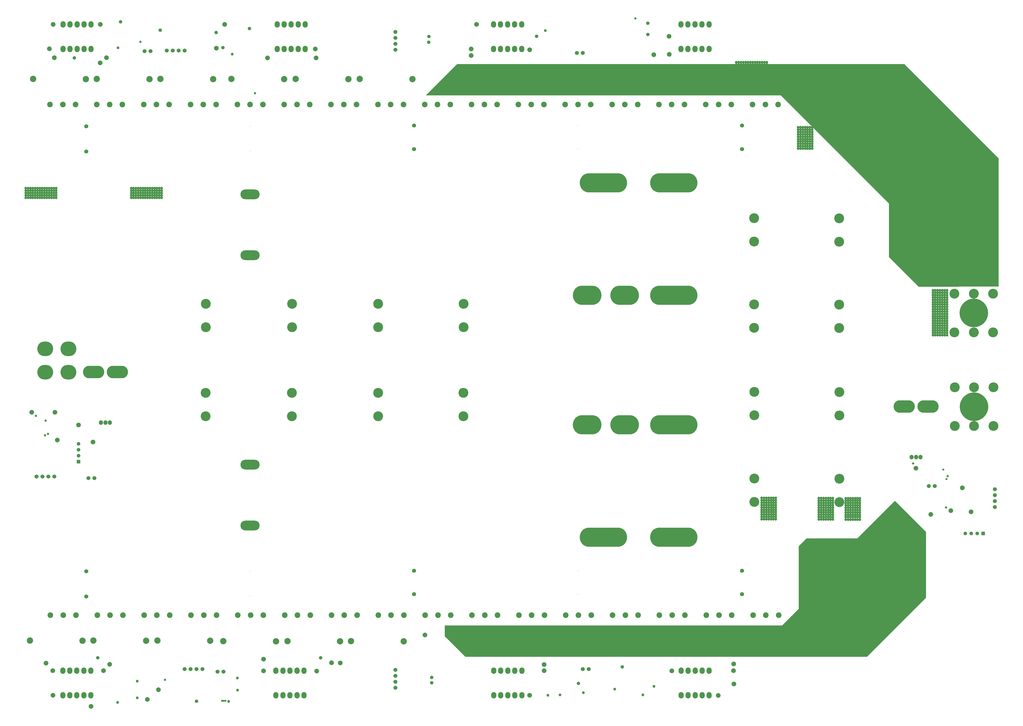
<source format=gbr>
%TF.GenerationSoftware,Altium Limited,Altium Designer,25.3.3 (18)*%
G04 Layer_Color=8388736*
%FSLAX45Y45*%
%MOMM*%
%TF.SameCoordinates,A4CA6E92-6A9D-4088-ADF9-EEBE24E4F9EE*%
%TF.FilePolarity,Negative*%
%TF.FileFunction,Soldermask,Top*%
%TF.Part,Single*%
G01*
G75*
%TA.AperFunction,ComponentPad*%
%ADD28R,1.55000X1.55000*%
%ADD29C,1.55000*%
%ADD32R,1.55000X1.55000*%
%ADD87C,1.70320*%
%TA.AperFunction,TestPad*%
%ADD88C,2.00320*%
%TA.AperFunction,ComponentPad*%
%ADD89C,1.72720*%
%TA.AperFunction,SMDPad,CuDef*%
%ADD90C,0.20320*%
%TA.AperFunction,ComponentPad*%
%ADD91C,12.20320*%
%ADD92C,4.20320*%
%ADD93C,2.40320*%
%ADD94O,2.20320X2.70320*%
%ADD95C,2.00320*%
%ADD96C,2.70320*%
%ADD97O,12.20320X8.20320*%
%ADD98O,20.20320X8.20320*%
%ADD99O,8.20320X4.20320*%
%ADD100O,6.80320X6.20320*%
%ADD101O,9.09320X5.28320*%
%ADD102O,1.72720X1.98120*%
%TA.AperFunction,ViaPad*%
%ADD103C,1.20320*%
%ADD104C,0.90320*%
%ADD105C,1.47320*%
%ADD106C,2.00320*%
%ADD107C,1.00320*%
G36*
X38657501Y7657500D02*
X38657501Y4840000D01*
X36137500Y2320000D01*
X18987500D01*
X18110001Y3197500D01*
Y3657500D01*
X32510001Y3657500D01*
X33224997Y4372498D01*
X33225000Y7045001D01*
X33559998Y7379999D01*
X35720001D01*
X37327499Y8987499D01*
X38657501Y7657500D01*
D02*
G37*
G36*
X41760001Y23605000D02*
Y18125000D01*
X38343918Y18121082D01*
X37072501Y19392500D01*
Y21675000D01*
X32457501Y26289999D01*
X17314095Y26289999D01*
X17309233Y26301733D01*
X18635001Y27627499D01*
X37737500D01*
X41760001Y23605000D01*
D02*
G37*
D28*
X41095999Y7587500D02*
D03*
D29*
X40842001D02*
D03*
X40588000D02*
D03*
X40334000D02*
D03*
X2472500Y11416000D02*
D03*
Y11162000D02*
D03*
Y10908000D02*
D03*
D32*
Y10654000D02*
D03*
D87*
X5550000Y28177499D02*
D03*
X5296000D02*
D03*
X8665000Y1685000D02*
D03*
X8411000D02*
D03*
X24000000Y1800000D02*
D03*
X24253999D02*
D03*
X7762000D02*
D03*
X7254000D02*
D03*
X7000000D02*
D03*
X7508000D02*
D03*
X3154000Y9950000D02*
D03*
X2900000D02*
D03*
X39031500Y9610000D02*
D03*
X38777499D02*
D03*
X6492000Y28200000D02*
D03*
X7000000D02*
D03*
X6746000D02*
D03*
X6238000D02*
D03*
X16000000Y28492001D02*
D03*
Y29000000D02*
D03*
Y28745999D02*
D03*
Y28238000D02*
D03*
X23746001Y28100000D02*
D03*
X24000000D02*
D03*
X16000000Y1508000D02*
D03*
Y1000000D02*
D03*
Y1254000D02*
D03*
Y1762000D02*
D03*
X933500Y10015000D02*
D03*
X1441500D02*
D03*
X1187500D02*
D03*
X679500D02*
D03*
X41595001Y9219000D02*
D03*
Y8711000D02*
D03*
Y8965000D02*
D03*
Y9473000D02*
D03*
D88*
X26345001Y26745001D02*
D03*
X3802500Y1997500D02*
D03*
X19462500Y29325000D02*
D03*
X27687500Y28817499D02*
D03*
X17267500Y3250000D02*
D03*
X27804999Y1720000D02*
D03*
X21732312Y675000D02*
D03*
X29785001Y670000D02*
D03*
X30457501Y1165000D02*
D03*
X22350000Y1730000D02*
D03*
X22355000Y1990000D02*
D03*
X30450000Y2020000D02*
D03*
X30435001Y1732500D02*
D03*
X3002500Y205000D02*
D03*
X1377500Y680000D02*
D03*
X1080000Y2047500D02*
D03*
X13277499Y2070000D02*
D03*
X10372500Y1722500D02*
D03*
X12637500Y1715000D02*
D03*
X10375000Y2216409D02*
D03*
X13650000Y2062500D02*
D03*
X1375000Y1727500D02*
D03*
X3540000Y1725000D02*
D03*
X40579999Y8512500D02*
D03*
X8355000Y28302499D02*
D03*
X3407793Y29325000D02*
D03*
X1390000D02*
D03*
X8710000Y29325000D02*
D03*
X3398734Y27681265D02*
D03*
X27690955Y28040781D02*
D03*
X27037500Y28029999D02*
D03*
X19239999Y28272501D02*
D03*
X21732500Y28237500D02*
D03*
X19237500Y27995001D02*
D03*
X12580000Y28270001D02*
D03*
X12615000Y27892499D02*
D03*
X10542500Y27891779D02*
D03*
X1442500Y27897501D02*
D03*
X3667500Y27900000D02*
D03*
X1225000Y28277499D02*
D03*
X18347501Y26679999D02*
D03*
X1562500Y11572500D02*
D03*
X5412500Y497500D02*
D03*
X5887500Y912500D02*
D03*
D89*
X2800000Y5972216D02*
D03*
Y4897216D02*
D03*
X30800000Y6000000D02*
D03*
Y5000000D02*
D03*
X16800000Y6000000D02*
D03*
Y5000000D02*
D03*
X2800000Y24972217D02*
D03*
Y23897215D02*
D03*
X30800000Y25000000D02*
D03*
Y24000000D02*
D03*
X16800000Y25000000D02*
D03*
Y24000000D02*
D03*
D90*
X9800000Y4922216D02*
D03*
Y5972216D02*
D03*
X23800000Y6000000D02*
D03*
Y5000000D02*
D03*
X9800000Y23922217D02*
D03*
Y24972217D02*
D03*
X23800000Y25000000D02*
D03*
Y24000000D02*
D03*
D91*
X40710001Y13000000D02*
D03*
X40697501Y17000000D02*
D03*
D92*
X41535001Y13825000D02*
D03*
Y12175000D02*
D03*
X39885001D02*
D03*
Y13825000D02*
D03*
X40710001Y12175000D02*
D03*
Y13825000D02*
D03*
X41522501Y17825000D02*
D03*
Y16175000D02*
D03*
X39872501D02*
D03*
Y17825000D02*
D03*
X40697501Y16175000D02*
D03*
Y17825000D02*
D03*
X18915048Y17395000D02*
D03*
Y16395000D02*
D03*
X7907548Y17395000D02*
D03*
Y16395000D02*
D03*
X15267548Y17395000D02*
D03*
Y16395000D02*
D03*
X11590048Y17395000D02*
D03*
Y16395000D02*
D03*
X11585000Y12590000D02*
D03*
Y13589999D02*
D03*
X18910001Y12590000D02*
D03*
Y13589999D02*
D03*
X7902500Y12590000D02*
D03*
Y13589999D02*
D03*
X15262500Y12590000D02*
D03*
Y13589999D02*
D03*
X31323059Y8933360D02*
D03*
Y9933360D02*
D03*
X34958060Y8928360D02*
D03*
Y9928360D02*
D03*
Y13628360D02*
D03*
Y12628360D02*
D03*
X31323059Y13633360D02*
D03*
Y12633360D02*
D03*
X31317499Y16364999D02*
D03*
Y17364999D02*
D03*
X34952499Y16360001D02*
D03*
Y17360001D02*
D03*
X34950000Y21045000D02*
D03*
Y20045000D02*
D03*
X31314999Y21050000D02*
D03*
Y20050000D02*
D03*
D93*
X32345999Y25900000D02*
D03*
X31800000D02*
D03*
X31254001D02*
D03*
X30345999D02*
D03*
X29800000D02*
D03*
X29254001D02*
D03*
X28345999D02*
D03*
X27800000D02*
D03*
X27254001D02*
D03*
X26345999D02*
D03*
X25800000D02*
D03*
X25253999D02*
D03*
X24346001D02*
D03*
X23800000D02*
D03*
X23253999D02*
D03*
X22346001D02*
D03*
X21800000D02*
D03*
X21253999D02*
D03*
X20346001D02*
D03*
X19800000D02*
D03*
X19253999D02*
D03*
X18346001D02*
D03*
X17800000D02*
D03*
X17253999D02*
D03*
X16366000Y4100000D02*
D03*
X15820000D02*
D03*
X15274001D02*
D03*
X12366000D02*
D03*
X11820000D02*
D03*
X11274000D02*
D03*
X5254000Y25900000D02*
D03*
X5800000D02*
D03*
X6346000D02*
D03*
X13274001Y4100000D02*
D03*
X13820000D02*
D03*
X14366000D02*
D03*
X9274000D02*
D03*
X9820000D02*
D03*
X10366000D02*
D03*
X5274000D02*
D03*
X5820000D02*
D03*
X6366000D02*
D03*
X7274000D02*
D03*
X7820000D02*
D03*
X8366000D02*
D03*
X3274000D02*
D03*
X3820000D02*
D03*
X4366000D02*
D03*
X1274000D02*
D03*
X1820000D02*
D03*
X2366000D02*
D03*
X18366000D02*
D03*
X17820000D02*
D03*
X17274001D02*
D03*
X20366000D02*
D03*
X19820000D02*
D03*
X19274001D02*
D03*
X22366000D02*
D03*
X21820000D02*
D03*
X21274001D02*
D03*
X23274001D02*
D03*
X23820000D02*
D03*
X24366000D02*
D03*
X26366000D02*
D03*
X25820001D02*
D03*
X25274001D02*
D03*
X28366000D02*
D03*
X27820001D02*
D03*
X27273999D02*
D03*
X30366000D02*
D03*
X29820001D02*
D03*
X29273999D02*
D03*
X32366000D02*
D03*
X31820001D02*
D03*
X31273999D02*
D03*
X16346001Y25900000D02*
D03*
X15800000D02*
D03*
X15253999D02*
D03*
X10346000D02*
D03*
X9800000D02*
D03*
X9254000D02*
D03*
X8346000D02*
D03*
X7800000D02*
D03*
X7254000D02*
D03*
X14346001D02*
D03*
X13800000D02*
D03*
X13253999D02*
D03*
X4346000D02*
D03*
X3800000D02*
D03*
X3254000D02*
D03*
X2346000D02*
D03*
X1800000D02*
D03*
X1254000D02*
D03*
X11254000D02*
D03*
X11800000D02*
D03*
X12346000D02*
D03*
D94*
X21400000Y675000D02*
D03*
X21100000D02*
D03*
X20800000D02*
D03*
X20500000D02*
D03*
X20200000D02*
D03*
X21400000Y1725000D02*
D03*
X21100000D02*
D03*
X20800000D02*
D03*
X20500000D02*
D03*
X20200000D02*
D03*
X12100000Y675000D02*
D03*
X11800000D02*
D03*
X11500000D02*
D03*
X11200000D02*
D03*
X10900000D02*
D03*
X12100000Y1725000D02*
D03*
X11800000D02*
D03*
X11500000D02*
D03*
X11200000D02*
D03*
X10900000D02*
D03*
X3000000Y675000D02*
D03*
X2700000D02*
D03*
X2400000D02*
D03*
X2100000D02*
D03*
X1800000D02*
D03*
X3000000Y1725000D02*
D03*
X2700000D02*
D03*
X2400000D02*
D03*
X2100000D02*
D03*
X1800000D02*
D03*
X28192499Y29325000D02*
D03*
X28492499D02*
D03*
X28792499D02*
D03*
X29092499D02*
D03*
X29392499D02*
D03*
X28192499Y28275000D02*
D03*
X28492499D02*
D03*
X28792499D02*
D03*
X29092499D02*
D03*
X29392499D02*
D03*
X20192500Y29325000D02*
D03*
X20492500D02*
D03*
X20792500D02*
D03*
X21092500D02*
D03*
X21392500D02*
D03*
X20192500Y28275000D02*
D03*
X20492500D02*
D03*
X20792500D02*
D03*
X21092500D02*
D03*
X21392500D02*
D03*
X3010000D02*
D03*
X2710000D02*
D03*
X2410000D02*
D03*
X2110000D02*
D03*
X1810000D02*
D03*
X3010000Y29325000D02*
D03*
X2710000D02*
D03*
X2410000D02*
D03*
X2110000D02*
D03*
X1810000D02*
D03*
X12152500Y28275000D02*
D03*
X11852500D02*
D03*
X11552500D02*
D03*
X11252500D02*
D03*
X10952500D02*
D03*
X12152500Y29325000D02*
D03*
X11852500D02*
D03*
X11552500D02*
D03*
X11252500D02*
D03*
X10952500D02*
D03*
X28200000Y1725000D02*
D03*
X28500000D02*
D03*
X28800000D02*
D03*
X29100000D02*
D03*
X29400000D02*
D03*
X28200000Y675000D02*
D03*
X28500000D02*
D03*
X28800000D02*
D03*
X29100000D02*
D03*
X29400000D02*
D03*
D95*
X2475000Y12217500D02*
D03*
X40207501Y9532243D02*
D03*
X38229999Y10370000D02*
D03*
X39717499Y8562500D02*
D03*
X38864999Y8402500D02*
D03*
X1465000Y12765000D02*
D03*
X3090000Y11487500D02*
D03*
X472500Y12765000D02*
D03*
D96*
X14105000Y2990000D02*
D03*
X16355000Y2985000D02*
D03*
X11392500Y2990000D02*
D03*
X13642500Y2985000D02*
D03*
X8655000Y2990000D02*
D03*
X10905000Y2985000D02*
D03*
X5360000Y3010000D02*
D03*
X3110000Y3015000D02*
D03*
X8095000Y3010000D02*
D03*
X5845000Y3015000D02*
D03*
X2645000Y3010000D02*
D03*
X395000Y3015000D02*
D03*
X14482500Y26989999D02*
D03*
X16732500Y26985001D02*
D03*
X11747500Y26989999D02*
D03*
X13997501Y26985001D02*
D03*
X2785000Y26985001D02*
D03*
X535000Y26989999D02*
D03*
X5505000Y26985001D02*
D03*
X3255000Y26989999D02*
D03*
X8220000Y26985001D02*
D03*
X5970000Y26989999D02*
D03*
X11252500Y26985001D02*
D03*
X9002500Y26989999D02*
D03*
D97*
X25787500Y17755000D02*
D03*
X24187500D02*
D03*
X25787500Y12225000D02*
D03*
X24187500D02*
D03*
D98*
X27887500Y17755000D02*
D03*
X24887500Y22555000D02*
D03*
X27887500D02*
D03*
Y12225000D02*
D03*
Y7425000D02*
D03*
X24887500D02*
D03*
D99*
X9800000Y19464999D02*
D03*
Y22064999D02*
D03*
Y10530000D02*
D03*
Y7930000D02*
D03*
D100*
X2039411Y15466820D02*
D03*
X1048811D02*
D03*
X2039031Y14474899D02*
D03*
X1048431D02*
D03*
D101*
X37726999Y13006100D02*
D03*
X38742999D02*
D03*
X3112000Y14476100D02*
D03*
X4128000D02*
D03*
D102*
X38044501Y10847100D02*
D03*
X38235001D02*
D03*
X38425500D02*
D03*
X3429500Y12317100D02*
D03*
X3620000D02*
D03*
X3810500D02*
D03*
D103*
X4980000Y1280000D02*
D03*
X9262500Y897500D02*
D03*
X25367500Y942500D02*
D03*
X29307501Y26775000D02*
D03*
X28437830Y2770942D02*
D03*
X30379990Y27563443D02*
D03*
X30658829Y27404434D02*
D03*
X30758829Y27504434D02*
D03*
X30558829D02*
D03*
X30658829Y27604434D02*
D03*
X30558829Y27404434D02*
D03*
X30758829D02*
D03*
Y27604434D02*
D03*
X30858829Y27504434D02*
D03*
X30558829Y27604434D02*
D03*
X30658829Y27704434D02*
D03*
X30558829D02*
D03*
X30758829D02*
D03*
X30858829D02*
D03*
Y27604434D02*
D03*
X30958829Y27704434D02*
D03*
Y27604434D02*
D03*
X31058829Y27704434D02*
D03*
Y27604434D02*
D03*
X31158829Y27704434D02*
D03*
Y27604434D02*
D03*
X31257632Y27703906D02*
D03*
Y27603906D02*
D03*
X31357632Y27703906D02*
D03*
Y27603906D02*
D03*
X31457632Y27703906D02*
D03*
Y27603906D02*
D03*
X31557632Y27703906D02*
D03*
Y27603906D02*
D03*
X31657632Y27703906D02*
D03*
Y27603906D02*
D03*
X31757632Y27703906D02*
D03*
Y27603906D02*
D03*
X31857632Y27703906D02*
D03*
Y27603906D02*
D03*
Y27503906D02*
D03*
Y27403906D02*
D03*
X31757632Y27503906D02*
D03*
Y27403906D02*
D03*
X31657632Y27503906D02*
D03*
Y27403906D02*
D03*
X31557632Y27503906D02*
D03*
Y27403906D02*
D03*
X31457632Y27503906D02*
D03*
X31357632D02*
D03*
X31457632Y27403906D02*
D03*
X31357632D02*
D03*
X31257632D02*
D03*
X31158829Y27404434D02*
D03*
X31257632Y27503906D02*
D03*
X31158829Y27504434D02*
D03*
X31058829D02*
D03*
Y27404434D02*
D03*
X30958829Y27504434D02*
D03*
Y27404434D02*
D03*
X30858829D02*
D03*
X27309991Y2773442D02*
D03*
X19122490Y2393767D02*
D03*
X20520000Y2607500D02*
D03*
X5321197Y22025526D02*
D03*
X820000Y22025000D02*
D03*
X5321197Y21923026D02*
D03*
Y22125526D02*
D03*
X820000Y21922501D02*
D03*
X5321197Y22325526D02*
D03*
X820000Y22125000D02*
D03*
Y22225000D02*
D03*
X5321197Y22228026D02*
D03*
X820000Y22325000D02*
D03*
X5221197Y22025526D02*
D03*
X720000Y22025000D02*
D03*
X5221197Y21923026D02*
D03*
Y22125526D02*
D03*
X720000Y21922501D02*
D03*
X5221197Y22325526D02*
D03*
X720000Y22125000D02*
D03*
Y22225000D02*
D03*
X5221197Y22228026D02*
D03*
X720000Y22325000D02*
D03*
X5121197Y22025526D02*
D03*
X620000Y22025000D02*
D03*
X5121197Y21923026D02*
D03*
Y22125526D02*
D03*
X620000Y21922501D02*
D03*
X5121197Y22325526D02*
D03*
X620000Y22125000D02*
D03*
Y22225000D02*
D03*
X5121197Y22228026D02*
D03*
X620000Y22325000D02*
D03*
X5021196Y22025526D02*
D03*
X520000Y22025000D02*
D03*
X5021196Y21923026D02*
D03*
Y22125526D02*
D03*
X520000Y21922501D02*
D03*
X5021196Y22325526D02*
D03*
X520000Y22125000D02*
D03*
Y22225000D02*
D03*
X5021196Y22228026D02*
D03*
X520000Y22325000D02*
D03*
X4921197Y22025526D02*
D03*
X420000Y22025000D02*
D03*
X4921197Y21923026D02*
D03*
Y22125526D02*
D03*
X420000Y21922501D02*
D03*
X4921197Y22325526D02*
D03*
X420000Y22125000D02*
D03*
Y22225000D02*
D03*
X4921197Y22228026D02*
D03*
X420000Y22325000D02*
D03*
X4821197Y22025526D02*
D03*
X320000Y22025000D02*
D03*
X4821197Y21923026D02*
D03*
Y22125526D02*
D03*
X320000Y21922501D02*
D03*
X4821197Y22325526D02*
D03*
X320000Y22125000D02*
D03*
Y22225000D02*
D03*
X4821197Y22228026D02*
D03*
X320000Y22325000D02*
D03*
X220000D02*
D03*
X4721197Y22228026D02*
D03*
X220000Y22225000D02*
D03*
Y22125000D02*
D03*
X4721197Y22325526D02*
D03*
X220000Y21922501D02*
D03*
X4721197Y22125526D02*
D03*
Y21923026D02*
D03*
X220000Y22025000D02*
D03*
X4721197Y22025526D02*
D03*
X5420000Y22025000D02*
D03*
X918803Y22024474D02*
D03*
X5420000Y21922501D02*
D03*
Y22125000D02*
D03*
X918803Y21921974D02*
D03*
X5420000Y22325000D02*
D03*
X918803Y22124474D02*
D03*
Y22224474D02*
D03*
X5420000Y22227499D02*
D03*
X918803Y22324474D02*
D03*
X1018803D02*
D03*
X5520000Y22227499D02*
D03*
X1018803Y22224474D02*
D03*
Y22124474D02*
D03*
X5520000Y22325000D02*
D03*
X1018803Y21921974D02*
D03*
X5520000Y22125000D02*
D03*
Y21922501D02*
D03*
X1018803Y22024474D02*
D03*
X5520000Y22025000D02*
D03*
X1118803Y22324474D02*
D03*
X5620000Y22227499D02*
D03*
X1118803Y22224474D02*
D03*
Y22124474D02*
D03*
X5620000Y22325000D02*
D03*
X1118803Y21921974D02*
D03*
X5620000Y22125000D02*
D03*
Y21922501D02*
D03*
X1118803Y22024474D02*
D03*
X5620000Y22025000D02*
D03*
X1218803Y22324474D02*
D03*
X5720000Y22227499D02*
D03*
X1218803Y22224474D02*
D03*
Y22124474D02*
D03*
X5720000Y22325000D02*
D03*
X1218803Y21921974D02*
D03*
X5720000Y22125000D02*
D03*
Y21922501D02*
D03*
X1218803Y22024474D02*
D03*
X5720000Y22025000D02*
D03*
X1318803Y22324474D02*
D03*
X5820000Y22227499D02*
D03*
X1318803Y22224474D02*
D03*
Y22124474D02*
D03*
X5820000Y22325000D02*
D03*
X1318803Y21921974D02*
D03*
X5820000Y22125000D02*
D03*
Y21922501D02*
D03*
X1318803Y22024474D02*
D03*
X5820000Y22025000D02*
D03*
X1418803Y22324474D02*
D03*
X5920000Y22227499D02*
D03*
X1418803Y22224474D02*
D03*
Y22124474D02*
D03*
X5920000Y22325000D02*
D03*
X1418803Y21921974D02*
D03*
X5920000Y22125000D02*
D03*
Y21922501D02*
D03*
X1418803Y22024474D02*
D03*
X5920000Y22025000D02*
D03*
X1518803Y22324474D02*
D03*
X6020000Y22227499D02*
D03*
X1518803Y22224474D02*
D03*
Y22124474D02*
D03*
X6020000Y22325000D02*
D03*
X1518803Y21921974D02*
D03*
X6020000Y22125000D02*
D03*
Y21922501D02*
D03*
X1518803Y22024474D02*
D03*
X6020000Y22025000D02*
D03*
X31857632Y26901407D02*
D03*
Y26798907D02*
D03*
Y27001407D02*
D03*
Y27301407D02*
D03*
Y27201407D02*
D03*
Y27103906D02*
D03*
X31757632Y26901407D02*
D03*
Y26798907D02*
D03*
Y27001407D02*
D03*
Y27301407D02*
D03*
Y27201407D02*
D03*
Y27103906D02*
D03*
X31657632Y26901407D02*
D03*
Y26798907D02*
D03*
Y27001407D02*
D03*
Y27301407D02*
D03*
Y27201407D02*
D03*
Y27103906D02*
D03*
X31557632Y26901407D02*
D03*
Y26798907D02*
D03*
Y27001407D02*
D03*
Y27301407D02*
D03*
Y27201407D02*
D03*
Y27103906D02*
D03*
X31457632Y26901407D02*
D03*
Y26798907D02*
D03*
Y27001407D02*
D03*
Y27301407D02*
D03*
Y27201407D02*
D03*
Y27103906D02*
D03*
X31357632Y26901407D02*
D03*
Y26798907D02*
D03*
Y27001407D02*
D03*
Y27301407D02*
D03*
Y27201407D02*
D03*
Y27103906D02*
D03*
X31257632D02*
D03*
Y27201407D02*
D03*
Y27301407D02*
D03*
Y27001407D02*
D03*
Y26798907D02*
D03*
Y26901407D02*
D03*
X30558829Y26901932D02*
D03*
Y26799432D02*
D03*
Y27001932D02*
D03*
Y27301932D02*
D03*
Y27201932D02*
D03*
Y27104434D02*
D03*
X30658829D02*
D03*
Y27504434D02*
D03*
Y27201932D02*
D03*
Y27301932D02*
D03*
Y27001932D02*
D03*
Y26799432D02*
D03*
Y26901932D02*
D03*
X30758829Y27104434D02*
D03*
Y27201932D02*
D03*
Y27301932D02*
D03*
Y27001932D02*
D03*
Y26799432D02*
D03*
Y26901932D02*
D03*
X30858829Y27104434D02*
D03*
Y27201932D02*
D03*
Y27301932D02*
D03*
Y27001932D02*
D03*
Y26799432D02*
D03*
Y26901932D02*
D03*
X30958829Y27104434D02*
D03*
Y27201932D02*
D03*
Y27301932D02*
D03*
Y27001932D02*
D03*
Y26799432D02*
D03*
Y26901932D02*
D03*
X31058829Y27104434D02*
D03*
Y27201932D02*
D03*
Y27301932D02*
D03*
Y27001932D02*
D03*
Y26799432D02*
D03*
Y26901932D02*
D03*
X31158829Y27104434D02*
D03*
Y27201932D02*
D03*
Y27301932D02*
D03*
Y27001932D02*
D03*
Y26799432D02*
D03*
Y26901932D02*
D03*
X31738831Y2544433D02*
D03*
Y3046933D02*
D03*
Y2441933D02*
D03*
Y2644433D02*
D03*
Y2944433D02*
D03*
Y2844433D02*
D03*
Y3146933D02*
D03*
Y3246933D02*
D03*
Y2746933D02*
D03*
Y3346933D02*
D03*
X31838831D02*
D03*
Y2746933D02*
D03*
Y3246933D02*
D03*
Y3146933D02*
D03*
Y2844433D02*
D03*
Y2944433D02*
D03*
Y2644433D02*
D03*
Y2441933D02*
D03*
Y3046933D02*
D03*
Y2544433D02*
D03*
X31938831Y3346933D02*
D03*
Y2746933D02*
D03*
Y3246933D02*
D03*
Y3146933D02*
D03*
Y2844433D02*
D03*
Y2944433D02*
D03*
Y2644433D02*
D03*
Y2441933D02*
D03*
Y3046933D02*
D03*
Y2544433D02*
D03*
X32038828Y3346933D02*
D03*
Y2746933D02*
D03*
Y3246933D02*
D03*
Y3146933D02*
D03*
Y2844433D02*
D03*
Y2944433D02*
D03*
Y2644433D02*
D03*
Y2441933D02*
D03*
Y3046933D02*
D03*
Y2544433D02*
D03*
X32138831Y3346933D02*
D03*
Y2746933D02*
D03*
Y3246933D02*
D03*
Y3146933D02*
D03*
Y2844433D02*
D03*
Y2944433D02*
D03*
Y2644433D02*
D03*
Y2441933D02*
D03*
Y3046933D02*
D03*
Y2544433D02*
D03*
X32238831Y3346933D02*
D03*
Y2746933D02*
D03*
Y3246933D02*
D03*
Y3146933D02*
D03*
Y2844433D02*
D03*
Y2944433D02*
D03*
Y2644433D02*
D03*
Y2441933D02*
D03*
Y3046933D02*
D03*
Y2544433D02*
D03*
X32338831Y3346933D02*
D03*
Y2746933D02*
D03*
Y3246933D02*
D03*
Y3146933D02*
D03*
Y2844433D02*
D03*
Y2944433D02*
D03*
Y2644433D02*
D03*
Y2441933D02*
D03*
Y3046933D02*
D03*
Y2544433D02*
D03*
X31041330Y2541933D02*
D03*
Y3044433D02*
D03*
Y2439433D02*
D03*
Y2641933D02*
D03*
Y2941933D02*
D03*
Y2841933D02*
D03*
Y3144433D02*
D03*
Y3244433D02*
D03*
Y2744433D02*
D03*
Y3344433D02*
D03*
X31141330D02*
D03*
Y2744433D02*
D03*
Y3244433D02*
D03*
Y3144433D02*
D03*
Y2841933D02*
D03*
Y2941933D02*
D03*
Y2641933D02*
D03*
Y2439433D02*
D03*
Y3044433D02*
D03*
Y2541933D02*
D03*
X31241330Y3344433D02*
D03*
Y2744433D02*
D03*
Y3244433D02*
D03*
Y3144433D02*
D03*
Y2841933D02*
D03*
Y2941933D02*
D03*
Y2641933D02*
D03*
Y2439433D02*
D03*
Y3044433D02*
D03*
Y2541933D02*
D03*
X31341330Y3344433D02*
D03*
Y2744433D02*
D03*
Y3244433D02*
D03*
Y3144433D02*
D03*
Y2841933D02*
D03*
Y2941933D02*
D03*
Y2641933D02*
D03*
Y2439433D02*
D03*
Y3044433D02*
D03*
Y2541933D02*
D03*
X31441330Y3344433D02*
D03*
Y2744433D02*
D03*
Y3244433D02*
D03*
Y3144433D02*
D03*
Y2841933D02*
D03*
Y2941933D02*
D03*
Y2641933D02*
D03*
Y2439433D02*
D03*
Y3044433D02*
D03*
Y2541933D02*
D03*
X31541330Y3344433D02*
D03*
Y2744433D02*
D03*
Y3244433D02*
D03*
Y3144433D02*
D03*
Y2841933D02*
D03*
Y2941933D02*
D03*
Y2641933D02*
D03*
Y2439433D02*
D03*
Y3044433D02*
D03*
Y2541933D02*
D03*
X31641330Y3344433D02*
D03*
Y2744433D02*
D03*
Y3244433D02*
D03*
Y3144433D02*
D03*
Y2841933D02*
D03*
Y2941933D02*
D03*
Y2641933D02*
D03*
Y2439433D02*
D03*
Y3044433D02*
D03*
Y2541933D02*
D03*
X34081329Y8289433D02*
D03*
Y8791933D02*
D03*
Y8186933D02*
D03*
Y8389433D02*
D03*
Y8689433D02*
D03*
Y8589433D02*
D03*
Y8891933D02*
D03*
Y8991933D02*
D03*
Y8491933D02*
D03*
Y9091933D02*
D03*
X34181329D02*
D03*
Y8491933D02*
D03*
Y8991933D02*
D03*
Y8891933D02*
D03*
Y8589433D02*
D03*
Y8689433D02*
D03*
Y8389433D02*
D03*
Y8186933D02*
D03*
Y8791933D02*
D03*
Y8289433D02*
D03*
X34281329Y9091933D02*
D03*
Y8491933D02*
D03*
Y8991933D02*
D03*
Y8891933D02*
D03*
Y8589433D02*
D03*
Y8689433D02*
D03*
Y8389433D02*
D03*
Y8186933D02*
D03*
Y8791933D02*
D03*
Y8289433D02*
D03*
X34381329Y9091933D02*
D03*
Y8491933D02*
D03*
Y8991933D02*
D03*
Y8891933D02*
D03*
Y8589433D02*
D03*
Y8689433D02*
D03*
Y8389433D02*
D03*
Y8186933D02*
D03*
Y8791933D02*
D03*
Y8289433D02*
D03*
X34481329Y9091933D02*
D03*
Y8491933D02*
D03*
Y8991933D02*
D03*
Y8891933D02*
D03*
Y8589433D02*
D03*
Y8689433D02*
D03*
Y8389433D02*
D03*
Y8186933D02*
D03*
Y8791933D02*
D03*
Y8289433D02*
D03*
X34581329Y9091933D02*
D03*
Y8491933D02*
D03*
Y8991933D02*
D03*
Y8891933D02*
D03*
Y8589433D02*
D03*
Y8689433D02*
D03*
Y8389433D02*
D03*
Y8186933D02*
D03*
Y8791933D02*
D03*
Y8289433D02*
D03*
X34681329Y9091933D02*
D03*
Y8491933D02*
D03*
Y8991933D02*
D03*
Y8891933D02*
D03*
Y8589433D02*
D03*
Y8689433D02*
D03*
Y8389433D02*
D03*
Y8186933D02*
D03*
Y8791933D02*
D03*
Y8289433D02*
D03*
X35233829Y8286933D02*
D03*
Y8789433D02*
D03*
Y8184433D02*
D03*
Y8386933D02*
D03*
Y8686933D02*
D03*
Y8586933D02*
D03*
Y8889433D02*
D03*
Y8989433D02*
D03*
Y8489433D02*
D03*
Y9089433D02*
D03*
X35333829D02*
D03*
Y8489433D02*
D03*
Y8989433D02*
D03*
Y8889433D02*
D03*
Y8586933D02*
D03*
Y8686933D02*
D03*
Y8386933D02*
D03*
Y8184433D02*
D03*
Y8789433D02*
D03*
Y8286933D02*
D03*
X35433829Y9089433D02*
D03*
Y8489433D02*
D03*
Y8989433D02*
D03*
Y8889433D02*
D03*
Y8586933D02*
D03*
Y8686933D02*
D03*
Y8386933D02*
D03*
Y8184433D02*
D03*
Y8789433D02*
D03*
Y8286933D02*
D03*
X35533829Y9089433D02*
D03*
Y8489433D02*
D03*
Y8989433D02*
D03*
Y8889433D02*
D03*
Y8586933D02*
D03*
Y8686933D02*
D03*
Y8386933D02*
D03*
Y8184433D02*
D03*
Y8789433D02*
D03*
Y8286933D02*
D03*
X35633829Y9089433D02*
D03*
Y8489433D02*
D03*
Y8989433D02*
D03*
Y8889433D02*
D03*
Y8586933D02*
D03*
Y8686933D02*
D03*
Y8386933D02*
D03*
Y8184433D02*
D03*
Y8789433D02*
D03*
Y8286933D02*
D03*
X35733829Y9089433D02*
D03*
Y8489433D02*
D03*
Y8989433D02*
D03*
Y8889433D02*
D03*
Y8586933D02*
D03*
Y8686933D02*
D03*
Y8386933D02*
D03*
Y8184433D02*
D03*
Y8789433D02*
D03*
Y8286933D02*
D03*
X35833829Y9089433D02*
D03*
Y8489433D02*
D03*
Y8989433D02*
D03*
Y8889433D02*
D03*
Y8586933D02*
D03*
Y8686933D02*
D03*
Y8386933D02*
D03*
Y8184433D02*
D03*
Y8789433D02*
D03*
Y8286933D02*
D03*
X31643829Y8296933D02*
D03*
Y8799433D02*
D03*
Y8194433D02*
D03*
Y8396933D02*
D03*
Y8696933D02*
D03*
Y8596933D02*
D03*
Y8899433D02*
D03*
Y8999433D02*
D03*
Y8499433D02*
D03*
Y9099433D02*
D03*
X31743829D02*
D03*
Y8499433D02*
D03*
Y8999433D02*
D03*
Y8899433D02*
D03*
Y8596933D02*
D03*
Y8696933D02*
D03*
Y8396933D02*
D03*
Y8194433D02*
D03*
Y8799433D02*
D03*
Y8296933D02*
D03*
X31843829Y9099433D02*
D03*
Y8499433D02*
D03*
Y8999433D02*
D03*
Y8899433D02*
D03*
Y8596933D02*
D03*
Y8696933D02*
D03*
Y8396933D02*
D03*
Y8194433D02*
D03*
Y8799433D02*
D03*
Y8296933D02*
D03*
X31943829Y9099433D02*
D03*
Y8499433D02*
D03*
Y8999433D02*
D03*
Y8899433D02*
D03*
Y8596933D02*
D03*
Y8696933D02*
D03*
Y8396933D02*
D03*
Y8194433D02*
D03*
Y8799433D02*
D03*
Y8296933D02*
D03*
X32043829Y9099433D02*
D03*
Y8499433D02*
D03*
Y8999433D02*
D03*
Y8899433D02*
D03*
Y8596933D02*
D03*
Y8696933D02*
D03*
Y8396933D02*
D03*
Y8194433D02*
D03*
Y8799433D02*
D03*
Y8296933D02*
D03*
X32143829Y9099433D02*
D03*
Y8499433D02*
D03*
Y8999433D02*
D03*
Y8899433D02*
D03*
Y8596933D02*
D03*
Y8696933D02*
D03*
Y8396933D02*
D03*
Y8194433D02*
D03*
Y8799433D02*
D03*
Y8296933D02*
D03*
X32243829Y9099433D02*
D03*
Y8499433D02*
D03*
Y8999433D02*
D03*
Y8899433D02*
D03*
Y8596933D02*
D03*
Y8696933D02*
D03*
Y8396933D02*
D03*
Y8194433D02*
D03*
Y8799433D02*
D03*
Y8296933D02*
D03*
X38952499Y16160001D02*
D03*
Y16662500D02*
D03*
Y16057500D02*
D03*
Y16260001D02*
D03*
Y16560001D02*
D03*
Y16460001D02*
D03*
Y16762500D02*
D03*
Y16862500D02*
D03*
Y16362500D02*
D03*
Y16962500D02*
D03*
X39052499D02*
D03*
Y16362500D02*
D03*
Y16862500D02*
D03*
Y16762500D02*
D03*
Y16460001D02*
D03*
Y16560001D02*
D03*
Y16260001D02*
D03*
Y16057500D02*
D03*
Y16662500D02*
D03*
Y16160001D02*
D03*
X39152499Y16962500D02*
D03*
Y16362500D02*
D03*
Y16862500D02*
D03*
Y16762500D02*
D03*
Y16460001D02*
D03*
Y16560001D02*
D03*
Y16260001D02*
D03*
Y16057500D02*
D03*
Y16662500D02*
D03*
Y16160001D02*
D03*
X39252499Y16962500D02*
D03*
Y16362500D02*
D03*
Y16862500D02*
D03*
Y16762500D02*
D03*
Y16460001D02*
D03*
Y16560001D02*
D03*
Y16260001D02*
D03*
Y16057500D02*
D03*
Y16662500D02*
D03*
Y16160001D02*
D03*
X39352499Y16962500D02*
D03*
Y16362500D02*
D03*
Y16862500D02*
D03*
Y16762500D02*
D03*
Y16460001D02*
D03*
Y16560001D02*
D03*
Y16260001D02*
D03*
Y16057500D02*
D03*
Y16662500D02*
D03*
Y16160001D02*
D03*
X39452499Y16962500D02*
D03*
Y16362500D02*
D03*
Y16862500D02*
D03*
Y16762500D02*
D03*
Y16460001D02*
D03*
Y16560001D02*
D03*
Y16260001D02*
D03*
Y16057500D02*
D03*
Y16662500D02*
D03*
Y16160001D02*
D03*
X39552499Y16962500D02*
D03*
Y16362500D02*
D03*
Y16862500D02*
D03*
Y16762500D02*
D03*
Y16460001D02*
D03*
Y16560001D02*
D03*
Y16260001D02*
D03*
Y16057500D02*
D03*
Y16662500D02*
D03*
Y16160001D02*
D03*
X38952499Y17162500D02*
D03*
Y17664999D02*
D03*
Y17060001D02*
D03*
Y17262500D02*
D03*
Y17562500D02*
D03*
Y17462500D02*
D03*
Y17764999D02*
D03*
Y17864999D02*
D03*
Y17364999D02*
D03*
Y17964999D02*
D03*
X39052499D02*
D03*
Y17364999D02*
D03*
Y17864999D02*
D03*
Y17764999D02*
D03*
Y17462500D02*
D03*
Y17562500D02*
D03*
Y17262500D02*
D03*
Y17060001D02*
D03*
Y17664999D02*
D03*
Y17162500D02*
D03*
X39152499Y17964999D02*
D03*
Y17364999D02*
D03*
Y17864999D02*
D03*
Y17764999D02*
D03*
Y17462500D02*
D03*
Y17562500D02*
D03*
Y17262500D02*
D03*
Y17060001D02*
D03*
Y17664999D02*
D03*
Y17162500D02*
D03*
X39252499Y17964999D02*
D03*
Y17364999D02*
D03*
Y17864999D02*
D03*
Y17764999D02*
D03*
Y17462500D02*
D03*
Y17562500D02*
D03*
Y17262500D02*
D03*
Y17060001D02*
D03*
Y17664999D02*
D03*
Y17162500D02*
D03*
X39352499Y17964999D02*
D03*
Y17364999D02*
D03*
Y17864999D02*
D03*
Y17764999D02*
D03*
Y17462500D02*
D03*
Y17562500D02*
D03*
Y17262500D02*
D03*
Y17060001D02*
D03*
Y17664999D02*
D03*
Y17162500D02*
D03*
X39452499Y17964999D02*
D03*
Y17364999D02*
D03*
Y17864999D02*
D03*
Y17764999D02*
D03*
Y17462500D02*
D03*
Y17562500D02*
D03*
Y17262500D02*
D03*
Y17060001D02*
D03*
Y17664999D02*
D03*
Y17162500D02*
D03*
X39552499Y17964999D02*
D03*
Y17364999D02*
D03*
Y17864999D02*
D03*
Y17764999D02*
D03*
Y17462500D02*
D03*
Y17562500D02*
D03*
Y17262500D02*
D03*
Y17060001D02*
D03*
Y17664999D02*
D03*
Y17162500D02*
D03*
X33800000Y24122501D02*
D03*
Y24625000D02*
D03*
Y24020000D02*
D03*
Y24222501D02*
D03*
Y24522501D02*
D03*
Y24422501D02*
D03*
Y24725000D02*
D03*
Y24825000D02*
D03*
Y24325000D02*
D03*
Y24925000D02*
D03*
X33700000Y24122501D02*
D03*
Y24625000D02*
D03*
Y24020000D02*
D03*
Y24222501D02*
D03*
Y24522501D02*
D03*
Y24422501D02*
D03*
Y24725000D02*
D03*
Y24825000D02*
D03*
Y24325000D02*
D03*
Y24925000D02*
D03*
X33600000Y24122501D02*
D03*
Y24625000D02*
D03*
Y24020000D02*
D03*
Y24222501D02*
D03*
Y24522501D02*
D03*
Y24422501D02*
D03*
Y24725000D02*
D03*
Y24825000D02*
D03*
Y24325000D02*
D03*
Y24925000D02*
D03*
X33500000Y24122501D02*
D03*
Y24625000D02*
D03*
Y24020000D02*
D03*
Y24222501D02*
D03*
Y24522501D02*
D03*
Y24422501D02*
D03*
Y24725000D02*
D03*
Y24825000D02*
D03*
Y24325000D02*
D03*
Y24925000D02*
D03*
X33400000Y24122501D02*
D03*
Y24625000D02*
D03*
Y24020000D02*
D03*
Y24222501D02*
D03*
Y24522501D02*
D03*
Y24422501D02*
D03*
Y24725000D02*
D03*
Y24825000D02*
D03*
Y24325000D02*
D03*
Y24925000D02*
D03*
X33300000Y24122501D02*
D03*
Y24625000D02*
D03*
Y24020000D02*
D03*
Y24222501D02*
D03*
Y24522501D02*
D03*
Y24422501D02*
D03*
Y24725000D02*
D03*
Y24825000D02*
D03*
Y24325000D02*
D03*
Y24925000D02*
D03*
X33200000D02*
D03*
Y24325000D02*
D03*
Y24825000D02*
D03*
Y24725000D02*
D03*
Y24422501D02*
D03*
Y24522501D02*
D03*
Y24222501D02*
D03*
Y24020000D02*
D03*
Y24625000D02*
D03*
Y24122501D02*
D03*
X9257500Y1415000D02*
D03*
X4977500Y570000D02*
D03*
X24030000Y785000D02*
D03*
X22510001Y677500D02*
D03*
X23030000Y692500D02*
D03*
X26564999D02*
D03*
X27042499Y1062500D02*
D03*
X4140339Y377500D02*
D03*
X8882500Y417500D02*
D03*
X22403116Y29062921D02*
D03*
X4160000Y28322501D02*
D03*
X9035000Y28054999D02*
D03*
X29637500Y27247501D02*
D03*
X20772501Y27097501D02*
D03*
X21740266Y26802930D02*
D03*
X21912500Y27302499D02*
D03*
X28337500Y27042499D02*
D03*
D104*
X8672500Y440000D02*
D03*
X8742500D02*
D03*
X8605000D02*
D03*
X39392499Y10310000D02*
D03*
X39535001Y9905000D02*
D03*
D105*
X5960000Y29079999D02*
D03*
X22027499Y28810001D02*
D03*
X17547501Y1210000D02*
D03*
Y1437500D02*
D03*
X17432500Y28802499D02*
D03*
X17425000Y28560001D02*
D03*
X25687500Y1890000D02*
D03*
X3292500Y2282500D02*
D03*
X23817500Y1185000D02*
D03*
X7510000Y422500D02*
D03*
X12810001Y2277500D02*
D03*
X8345000Y28972501D02*
D03*
X4267500Y29429999D02*
D03*
X9767500Y29139999D02*
D03*
X8640000Y28332501D02*
D03*
X26777499Y29375000D02*
D03*
Y28889337D02*
D03*
X2295000Y27889999D02*
D03*
D106*
X26345001Y26745001D02*
D03*
X3802500Y1997500D02*
D03*
X19462500Y29325000D02*
D03*
X27687500Y28817499D02*
D03*
X17267500Y3250000D02*
D03*
X27804999Y1720000D02*
D03*
X21732312Y675000D02*
D03*
X29785001Y670000D02*
D03*
X30457501Y1165000D02*
D03*
X22350000Y1730000D02*
D03*
X22355000Y1990000D02*
D03*
X30450000Y2020000D02*
D03*
X30435001Y1732500D02*
D03*
X3002500Y205000D02*
D03*
X1377500Y680000D02*
D03*
X1080000Y2047500D02*
D03*
X13277499Y2070000D02*
D03*
X10372500Y1722500D02*
D03*
X12637500Y1715000D02*
D03*
X10375000Y2216409D02*
D03*
X13650000Y2062500D02*
D03*
X1375000Y1727500D02*
D03*
X3540000Y1725000D02*
D03*
X40579999Y8512500D02*
D03*
X8355000Y28302499D02*
D03*
X3407793Y29325000D02*
D03*
X1390000D02*
D03*
X8710000Y29325000D02*
D03*
X3398734Y27681265D02*
D03*
X27690955Y28040781D02*
D03*
X27037500Y28029999D02*
D03*
X19239999Y28272501D02*
D03*
X21732500Y28237500D02*
D03*
X19237500Y27995001D02*
D03*
X12580000Y28270001D02*
D03*
X12615000Y27892499D02*
D03*
X10542500Y27891779D02*
D03*
X1442500Y27897501D02*
D03*
X3667500Y27900000D02*
D03*
X1225000Y28277499D02*
D03*
X18347501Y26679999D02*
D03*
X1562500Y11572500D02*
D03*
X5412500Y497500D02*
D03*
X5887500Y912500D02*
D03*
D107*
X6167500Y1340000D02*
D03*
X650000Y12612500D02*
D03*
X1040000Y11782500D02*
D03*
X1170000Y11840000D02*
D03*
X1067500Y12405000D02*
D03*
X26245001Y29577499D02*
D03*
X5117500Y28579999D02*
D03*
X38107501Y10572500D02*
D03*
X39579489Y10036000D02*
D03*
X39517499Y8700000D02*
D03*
X10005000Y26387500D02*
D03*
%TF.MD5,5e9cbc8f42b62cf0194104e8e2ec5ac8*%
M02*

</source>
